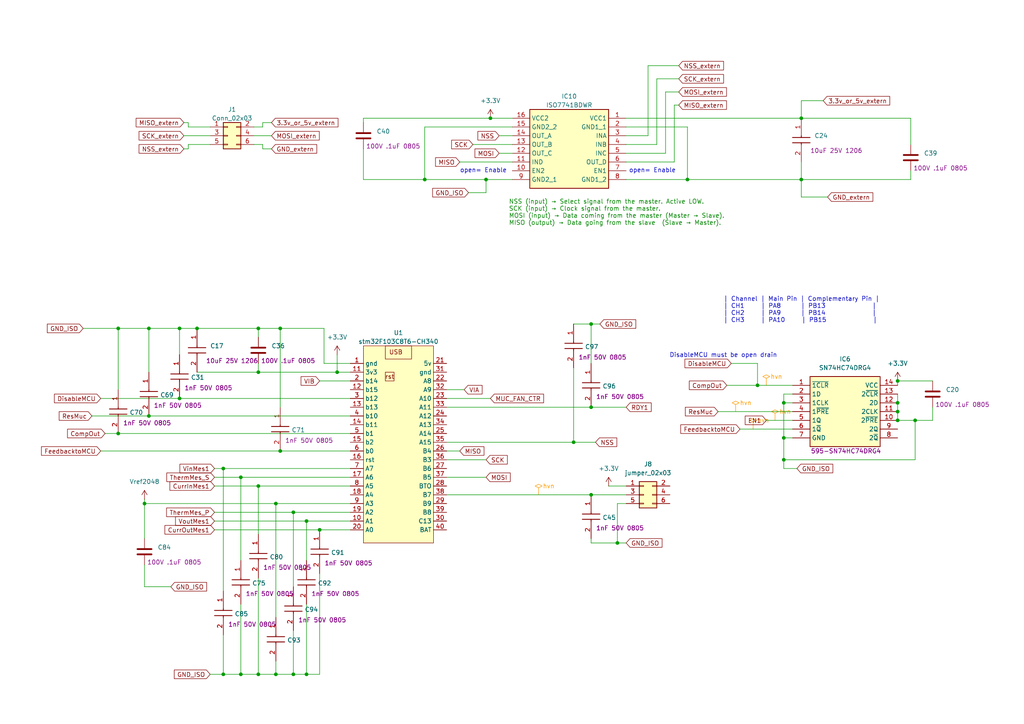
<source format=kicad_sch>
(kicad_sch (version 20250114) (generator "eeschema") (generator_version "9.0")
  (paper "A4")
  (lib_symbols
    (symbol "C0805C102J5GACTU:C0805C102J5GACTU" (pin_names (hide yes))
      (property "Reference" "C" (at 8.89 6.35 0))
      (property "Value" "C0805C102J5GACTU" (at 8.89 3.81 0))
      (symbol "C0805C102J5GACTU_1_1"
        (polyline (pts (xy 5.08 0) (xy 5.588 0)) (stroke (width 0.254)))
        (polyline (pts (xy 5.588 2.54) (xy 5.588 -2.54)) (stroke (width 0.254)))
        (polyline (pts (xy 7.112 2.54) (xy 7.112 -2.54)) (stroke (width 0.254)))
        (polyline (pts (xy 7.112 0) (xy 7.62 0)) (stroke (width 0.254)))
        (pin passive line (at 0 0 0) (length 5.08) (name "1") (number "1"))
        (pin passive line (at 12.7 0 180) (length 5.08) (name "2") (number "2"))
      )
    )
    (symbol "Connector_Generic:Conn_02x03_Odd_Even" (pin_names (offset 1.016) (hide yes))
      (property "Reference" "J" (at 1.27 5.08 0))
      (property "Value" "Conn_02x03_Odd_Even" (at 1.27 -5.08 0))
      (symbol "Conn_02x03_Odd_Even_1_1"
        (rectangle (start -1.27 3.81) (end 3.81 -3.81) (stroke (width 0.254)) (fill (type background)))
        (rectangle (start -1.27 2.667) (end 0 2.413) (stroke (width 0.1524)))
        (rectangle (start -1.27 0.127) (end 0 -0.127) (stroke (width 0.1524)))
        (rectangle (start -1.27 -2.413) (end 0 -2.667) (stroke (width 0.1524)))
        (rectangle (start 3.81 2.667) (end 2.54 2.413) (stroke (width 0.1524)))
        (rectangle (start 3.81 0.127) (end 2.54 -0.127) (stroke (width 0.1524)))
        (rectangle (start 3.81 -2.413) (end 2.54 -2.667) (stroke (width 0.1524)))
        (pin passive line (at -5.08 2.54 0) (length 3.81) (name "Pin_1") (number "1"))
        (pin passive line (at -5.08 0 0) (length 3.81) (name "Pin_3") (number "3"))
        (pin passive line (at -5.08 -2.54 0) (length 3.81) (name "Pin_5") (number "5"))
        (pin passive line (at 7.62 2.54 180) (length 3.81) (name "Pin_2") (number "2"))
        (pin passive line (at 7.62 0 180) (length 3.81) (name "Pin_4") (number "4"))
        (pin passive line (at 7.62 -2.54 180) (length 3.81) (name "Pin_6") (number "6"))
      )
    )
    (symbol "Device:C" (pin_numbers (hide yes)) (pin_names (offset 0.254))
      (property "Reference" "C" (at 0.635 2.54 0))
      (property "Value" "C" (at 0.635 -2.54 0))
      (symbol "C_0_1"
        (polyline (pts (xy -2.032 0.762) (xy 2.032 0.762)) (stroke (width 0.508)))
        (polyline (pts (xy -2.032 -0.762) (xy 2.032 -0.762)) (stroke (width 0.508)))
      )
      (symbol "C_1_1"
        (pin passive line (at 0 3.81 270) (length 2.794) (name "~") (number "1"))
        (pin passive line (at 0 -3.81 90) (length 2.794) (name "~") (number "2"))
      )
    )
    (symbol "GRM31CR71E106KA12K:GRM31CR71E106KA12K" (pin_names (hide yes))
      (property "Reference" "C" (at 8.89 6.35 0))
      (property "Value" "GRM31CR71E106KA12K" (at 8.89 3.81 0))
      (symbol "GRM31CR71E106KA12K_1_1"
        (polyline (pts (xy 5.08 0) (xy 5.588 0)) (stroke (width 0.254)))
        (polyline (pts (xy 5.588 2.54) (xy 5.588 -2.54)) (stroke (width 0.254)))
        (polyline (pts (xy 7.112 2.54) (xy 7.112 -2.54)) (stroke (width 0.254)))
        (polyline (pts (xy 7.112 0) (xy 7.62 0)) (stroke (width 0.254)))
        (pin passive line (at 0 0 0) (length 5.08) (name "1") (number "1"))
        (pin passive line (at 12.7 0 180) (length 5.08) (name "2") (number "2"))
      )
    )
    (symbol "ISO7741BDWR:ISO7741BDWR"
      (property "Reference" "IC" (at 29.21 7.62 0))
      (property "Value" "ISO7741BDWR" (at 29.21 5.08 0))
      (symbol "ISO7741BDWR_1_1"
        (rectangle (start 5.08 2.54) (end 27.94 -20.32) (stroke (width 0.254)) (fill (type background)))
        (pin passive line (at 0 0 0) (length 5.08) (name "VCC1") (number "1"))
        (pin passive line (at 0 -2.54 0) (length 5.08) (name "GND1_1") (number "2"))
        (pin passive line (at 0 -5.08 0) (length 5.08) (name "INA") (number "3"))
        (pin passive line (at 0 -7.62 0) (length 5.08) (name "INB") (number "4"))
        (pin passive line (at 0 -10.16 0) (length 5.08) (name "INC") (number "5"))
        (pin passive line (at 0 -12.7 0) (length 5.08) (name "OUT_D") (number "6"))
        (pin passive line (at 0 -15.24 0) (length 5.08) (name "EN1") (number "7"))
        (pin passive line (at 0 -17.78 0) (length 5.08) (name "GND1_2") (number "8"))
        (pin passive line (at 33.02 0 180) (length 5.08) (name "VCC2") (number "16"))
        (pin passive line (at 33.02 -2.54 180) (length 5.08) (name "GND2_2") (number "15"))
        (pin passive line (at 33.02 -5.08 180) (length 5.08) (name "OUT_A") (number "14"))
        (pin passive line (at 33.02 -7.62 180) (length 5.08) (name "OUT_B") (number "13"))
        (pin passive line (at 33.02 -10.16 180) (length 5.08) (name "OUT_C") (number "12"))
        (pin passive line (at 33.02 -12.7 180) (length 5.08) (name "IND") (number "11"))
        (pin passive line (at 33.02 -15.24 180) (length 5.08) (name "EN2") (number "10"))
        (pin passive line (at 33.02 -17.78 180) (length 5.08) (name "GND2_1") (number "9"))
      )
    )
    (symbol "New_Library:SMT32F1-MINI"
      (property "Reference" "U" (at 0 0 0))
      (symbol "SMT32F1-MINI_1_1"
        (rectangle (start -10.16 -3.81) (end 10.16 -60.96) (fill (type background)))
        (rectangle (start -3.81 -3.81) (end 3.81 -7.62))
        (rectangle (start -3.81 -11.43) (end -1.27 -13.97))
        (text "rst\n" (at -2.54 -12.7 0) (effects (font (size 1.27 1.27))))
        (text "USB\n" (at -0.762 -5.588 0) (effects (font (size 1.27 1.27))))
        (pin input line (at -13.97 -8.89 0) (length 3.81) (name "gnd") (number "1"))
        (pin input line (at -13.97 -11.43 0) (length 3.81) (name "3v3") (number "11"))
        (pin input line (at -13.97 -13.97 0) (length 3.81) (name "b14") (number "2"))
        (pin input line (at -13.97 -16.51 0) (length 3.81) (name "b15") (number "12"))
        (pin input line (at -13.97 -19.05 0) (length 3.81) (name "b12") (number "3"))
        (pin input line (at -13.97 -21.59 0) (length 3.81) (name "b13") (number "13"))
        (pin input line (at -13.97 -24.13 0) (length 3.81) (name "b10") (number "4"))
        (pin input line (at -13.97 -26.67 0) (length 3.81) (name "b11") (number "14"))
        (pin input line (at -13.97 -29.21 0) (length 3.81) (name "b1") (number "5"))
        (pin input line (at -13.97 -31.75 0) (length 3.81) (name "b2") (number "15"))
        (pin input line (at -13.97 -34.29 0) (length 3.81) (name "b0") (number "6"))
        (pin input line (at -13.97 -36.83 0) (length 3.81) (name "rst") (number "16"))
        (pin input line (at -13.97 -39.37 0) (length 3.81) (name "A7") (number "7"))
        (pin input line (at -13.97 -41.91 0) (length 3.81) (name "A6") (number "17"))
        (pin input line (at -13.97 -44.45 0) (length 3.81) (name "A5") (number "8"))
        (pin input line (at -13.97 -46.99 0) (length 3.81) (name "A4") (number "18"))
        (pin input line (at -13.97 -49.53 0) (length 3.81) (name "A3") (number "9"))
        (pin input line (at -13.97 -52.07 0) (length 3.81) (name "A2") (number "19"))
        (pin input line (at -13.97 -54.61 0) (length 3.81) (name "A1") (number "10"))
        (pin input line (at -13.97 -57.15 0) (length 3.81) (name "A0") (number "20"))
        (pin input line (at 13.97 -8.89 180) (length 3.81) (name "5v") (number "21"))
        (pin input line (at 13.97 -11.43 180) (length 3.81) (name "gnd") (number "31"))
        (pin input line (at 13.97 -13.97 180) (length 3.81) (name "A8") (number "22"))
        (pin input line (at 13.97 -16.51 180) (length 3.81) (name "A9") (number "32"))
        (pin input line (at 13.97 -19.05 180) (length 3.81) (name "A10") (number "23"))
        (pin input line (at 13.97 -21.59 180) (length 3.81) (name "A11") (number "33"))
        (pin input line (at 13.97 -24.13 180) (length 3.81) (name "A12") (number "24"))
        (pin input line (at 13.97 -26.67 180) (length 3.81) (name "A13") (number "34"))
        (pin input line (at 13.97 -29.21 180) (length 3.81) (name "A14") (number "25"))
        (pin input line (at 13.97 -31.75 180) (length 3.81) (name "A15") (number "35"))
        (pin input line (at 13.97 -34.29 180) (length 3.81) (name "B4") (number "26"))
        (pin input line (at 13.97 -36.83 180) (length 3.81) (name "B3") (number "36"))
        (pin input line (at 13.97 -39.37 180) (length 3.81) (name "B6") (number "27"))
        (pin input line (at 13.97 -41.91 180) (length 3.81) (name "B5") (number "37"))
        (pin input line (at 13.97 -44.45 180) (length 3.81) (name "BTO") (number "28"))
        (pin input line (at 13.97 -46.99 180) (length 3.81) (name "B7") (number "38"))
        (pin input line (at 13.97 -49.53 180) (length 3.81) (name "B9") (number "29"))
        (pin input line (at 13.97 -52.07 180) (length 3.81) (name "B8") (number "39"))
        (pin input line (at 13.97 -54.61 180) (length 3.81) (name "C13") (number "30"))
        (pin input line (at 13.97 -57.15 180) (length 3.81) (name "BAT") (number "40"))
      )
    )
    (symbol "SN74HC74DRG4:SN74HC74DRG4"
      (property "Reference" "IC" (at 26.67 7.62 0))
      (property "Value" "SN74HC74DRG4" (at 26.67 5.08 0))
      (symbol "SN74HC74DRG4_1_1"
        (rectangle (start 5.08 2.54) (end 25.4 -17.78) (stroke (width 0.254)) (fill (type background)))
        (pin passive line (at 0 0 0) (length 5.08) (name "~{1CLR}") (number "1"))
        (pin passive line (at 0 -2.54 0) (length 5.08) (name "1D") (number "2"))
        (pin passive line (at 0 -5.08 0) (length 5.08) (name "1CLK") (number "3"))
        (pin passive line (at 0 -7.62 0) (length 5.08) (name "1~{PRE}") (number "4"))
        (pin passive line (at 0 -10.16 0) (length 5.08) (name "1Q") (number "5"))
        (pin passive line (at 0 -12.7 0) (length 5.08) (name "1~{Q}") (number "6"))
        (pin passive line (at 0 -15.24 0) (length 5.08) (name "GND") (number "7"))
        (pin passive line (at 30.48 0 180) (length 5.08) (name "VCC") (number "14"))
        (pin passive line (at 30.48 -2.54 180) (length 5.08) (name "2~{CLR}") (number "13"))
        (pin passive line (at 30.48 -5.08 180) (length 5.08) (name "2D") (number "12"))
        (pin passive line (at 30.48 -7.62 180) (length 5.08) (name "2CLK") (number "11"))
        (pin passive line (at 30.48 -10.16 180) (length 5.08) (name "2~{PRE}") (number "10"))
        (pin passive line (at 30.48 -12.7 180) (length 5.08) (name "2Q") (number "9"))
        (pin passive line (at 30.48 -15.24 180) (length 5.08) (name "2~{Q}") (number "8"))
      )
    )
    (symbol "power:+3V0" (power) (pin_numbers (hide yes)) (pin_names (offset 0) (hide yes))
      (property "Value" "+3V0" (at 0 3.556 0))
      (symbol "+3V0_0_1"
        (polyline (pts (xy -0.762 1.27) (xy 0 2.54)))
        (polyline (pts (xy 0 2.54) (xy 0.762 1.27)))
        (polyline (pts (xy 0 0) (xy 0 2.54)))
      )
      (symbol "+3V0_1_1"
        (pin power_in line (at 0 0 90) (length 0) (name "~") (number "1"))
      )
    )
    (symbol "power:+5V" (power) (pin_numbers (hide yes)) (pin_names (offset 0) (hide yes))
      (property "Value" "+5V" (at 0 3.556 0))
      (symbol "+5V_0_1"
        (polyline (pts (xy -0.762 1.27) (xy 0 2.54)))
        (polyline (pts (xy 0 2.54) (xy 0.762 1.27)))
        (polyline (pts (xy 0 0) (xy 0 2.54)))
      )
      (symbol "+5V_1_1"
        (pin power_in line (at 0 0 90) (length 0) (name "~") (number "1"))
      )
    )
  )
  (text "DisableMCU must be open drain\n" (at 209.804 103.124 0) (effects (font (size 1.27 1.27))))
  (text "| Channel | Main Pin | Complementary Pin |\n| CH1     | PA8      | PB13              |\n| CH2     | PA9      | PB14              |\n| CH3     | PA10     | PB15              |" (at 209.804 89.916 0) (effects (font (size 1.27 1.27)) (justify left)))
  (text "open= Enable\n" (at 189.23 49.53 0) (effects (font (size 1.27 1.27))))
  (text "open= Enable\n" (at 140.208 49.53 0) (effects (font (size 1.27 1.27))))
  (text "NSS (input) → Select signal from the master. Active LOW. \nSCK (input) → Clock signal from the master. \nMOSI (input) → Data coming from the master (Master → Slave).\nMISO (output) → Data going from the slave  (Slave → Master)." (at 147.574 61.722 0) (effects (font (size 1.27 1.27)) (justify left)))
  (junction (at 227.33 127))
  (junction (at 74.93 95.25))
  (junction (at 227.33 116.84))
  (junction (at 34.29 125.73))
  (junction (at 52.07 115.57))
  (junction (at 92.71 153.67))
  (junction (at 41.91 146.05))
  (junction (at 171.45 118.11))
  (junction (at 142.24 34.29))
  (junction (at 85.09 195.58))
  (junction (at 140.97 52.07))
  (junction (at 265.43 121.92))
  (junction (at 81.28 130.81))
  (junction (at 74.93 107.95))
  (junction (at 88.9 195.58))
  (junction (at 232.41 52.07))
  (junction (at 74.93 195.58))
  (junction (at 85.09 148.59))
  (junction (at 219.71 111.76))
  (junction (at 34.29 95.25))
  (junction (at 64.77 195.58))
  (junction (at 88.9 151.13))
  (junction (at 81.28 95.25))
  (junction (at 123.19 52.07))
  (junction (at 43.18 95.25))
  (junction (at 260.35 119.38))
  (junction (at 260.35 110.49))
  (junction (at 69.85 138.43))
  (junction (at 166.37 128.27))
  (junction (at 171.45 143.51))
  (junction (at 80.01 195.58))
  (junction (at 74.93 140.97))
  (junction (at 97.79 107.95))
  (junction (at 52.07 95.25))
  (junction (at 43.18 120.65))
  (junction (at 260.35 121.92))
  (junction (at 260.35 116.84))
  (junction (at 57.15 95.25))
  (junction (at 199.39 52.07))
  (junction (at 64.77 135.89))
  (junction (at 171.45 93.98))
  (junction (at 232.41 34.29))
  (junction (at 227.33 133.35))
  (junction (at 69.85 195.58))
  (junction (at 80.01 146.05))
  (junction (at 179.07 157.48))
  (wire (pts (xy 54.61 43.18) (xy 54.61 41.91)))
  (wire (pts (xy 260.35 116.84) (xy 260.35 119.38)))
  (wire (pts (xy 187.96 19.05) (xy 187.96 39.37)))
  (wire (pts (xy 129.54 118.11) (xy 171.45 118.11)))
  (wire (pts (xy 53.34 35.56) (xy 54.61 35.56)))
  (wire (pts (xy 24.13 95.25) (xy 34.29 95.25)))
  (wire (pts (xy 129.54 133.35) (xy 140.97 133.35)))
  (wire (pts (xy 173.99 93.98) (xy 171.45 93.98)))
  (wire (pts (xy 140.97 52.07) (xy 148.59 52.07)))
  (wire (pts (xy 227.33 133.35) (xy 265.43 133.35)))
  (wire (pts (xy 171.45 156.21) (xy 171.45 157.48)))
  (wire (pts (xy 92.71 153.67) (xy 101.6 153.67)))
  (wire (pts (xy 74.93 195.58) (xy 80.01 195.58)))
  (wire (pts (xy 232.41 34.29) (xy 181.61 34.29)))
  (wire (pts (xy 171.45 143.51) (xy 181.61 143.51)))
  (wire (pts (xy 52.07 95.25) (xy 57.15 95.25)))
  (wire (pts (xy 53.34 39.37) (xy 60.96 39.37)))
  (wire (pts (xy 232.41 52.07) (xy 199.39 52.07)))
  (wire (pts (xy 57.15 107.95) (xy 74.93 107.95)))
  (wire (pts (xy 97.79 107.95) (xy 101.6 107.95)))
  (wire (pts (xy 264.16 34.29) (xy 264.16 41.91)))
  (wire (pts (xy 196.85 26.67) (xy 193.04 26.67)))
  (wire (pts (xy 60.96 195.58) (xy 64.77 195.58)))
  (wire (pts (xy 64.77 195.58) (xy 69.85 195.58)))
  (wire (pts (xy 41.91 170.18) (xy 41.91 163.83)))
  (wire (pts (xy 129.54 128.27) (xy 166.37 128.27)))
  (wire (pts (xy 74.93 95.25) (xy 81.28 95.25)))
  (wire (pts (xy 260.35 110.49) (xy 270.51 110.49)))
  (wire (pts (xy 187.96 39.37) (xy 181.61 39.37)))
  (wire (pts (xy 93.98 105.41) (xy 101.6 105.41)))
  (wire (pts (xy 93.98 105.41) (xy 93.98 95.25)))
  (wire (pts (xy 69.85 195.58) (xy 74.93 195.58)))
  (wire (pts (xy 129.54 138.43) (xy 140.97 138.43)))
  (wire (pts (xy 54.61 35.56) (xy 54.61 36.83)))
  (wire (pts (xy 88.9 195.58) (xy 92.71 195.58)))
  (wire (pts (xy 196.85 22.86) (xy 190.5 22.86)))
  (wire (pts (xy 92.71 166.37) (xy 92.71 195.58)))
  (wire (pts (xy 196.85 30.48) (xy 195.58 30.48)))
  (wire (pts (xy 179.07 157.48) (xy 181.61 157.48)))
  (wire (pts (xy 264.16 49.53) (xy 264.16 52.07)))
  (wire (pts (xy 227.33 135.89) (xy 227.33 133.35)))
  (wire (pts (xy 227.33 114.3) (xy 229.87 114.3)))
  (wire (pts (xy 171.45 118.11) (xy 181.61 118.11)))
  (wire (pts (xy 105.41 34.29) (xy 105.41 35.56)))
  (wire (pts (xy 64.77 135.89) (xy 64.77 171.45)))
  (wire (pts (xy 199.39 52.07) (xy 181.61 52.07)))
  (wire (pts (xy 52.07 115.57) (xy 101.6 115.57)))
  (wire (pts (xy 88.9 175.26) (xy 88.9 195.58)))
  (wire (pts (xy 148.59 34.29) (xy 142.24 34.29)))
  (wire (pts (xy 78.74 43.18) (xy 76.2 43.18)))
  (wire (pts (xy 227.33 116.84) (xy 229.87 116.84)))
  (wire (pts (xy 227.33 133.35) (xy 227.33 127)))
  (wire (pts (xy 34.29 125.73) (xy 101.6 125.73)))
  (wire (pts (xy 57.15 95.25) (xy 74.93 95.25)))
  (wire (pts (xy 34.29 95.25) (xy 43.18 95.25)))
  (wire (pts (xy 80.01 195.58) (xy 85.09 195.58)))
  (wire (pts (xy 30.48 125.73) (xy 34.29 125.73)))
  (wire (pts (xy 260.35 110.49) (xy 260.35 111.76)))
  (wire (pts (xy 62.23 140.97) (xy 74.93 140.97)))
  (wire (pts (xy 64.77 135.89) (xy 101.6 135.89)))
  (wire (pts (xy 43.18 120.65) (xy 101.6 120.65)))
  (wire (pts (xy 270.51 118.11) (xy 270.51 121.92)))
  (wire (pts (xy 148.59 39.37) (xy 144.78 39.37)))
  (wire (pts (xy 74.93 140.97) (xy 101.6 140.97)))
  (wire (pts (xy 265.43 121.92) (xy 265.43 133.35)))
  (wire (pts (xy 52.07 95.25) (xy 52.07 102.87)))
  (wire (pts (xy 43.18 95.25) (xy 52.07 95.25)))
  (wire (pts (xy 231.14 135.89) (xy 227.33 135.89)))
  (wire (pts (xy 171.45 93.98) (xy 171.45 105.41)))
  (wire (pts (xy 219.71 111.76) (xy 229.87 111.76)))
  (wire (pts (xy 74.93 107.95) (xy 74.93 105.41)))
  (wire (pts (xy 264.16 52.07) (xy 232.41 52.07)))
  (wire (pts (xy 148.59 36.83) (xy 123.19 36.83)))
  (wire (pts (xy 232.41 46.99) (xy 232.41 52.07)))
  (wire (pts (xy 129.54 130.81) (xy 133.35 130.81)))
  (wire (pts (xy 53.34 43.18) (xy 54.61 43.18)))
  (wire (pts (xy 64.77 195.58) (xy 64.77 184.15)))
  (wire (pts (xy 238.76 29.21) (xy 232.41 29.21)))
  (wire (pts (xy 190.5 22.86) (xy 190.5 41.91)))
  (wire (pts (xy 210.82 111.76) (xy 219.71 111.76)))
  (wire (pts (xy 270.51 121.92) (xy 265.43 121.92)))
  (wire (pts (xy 29.21 130.81) (xy 81.28 130.81)))
  (wire (pts (xy 85.09 148.59) (xy 101.6 148.59)))
  (wire (pts (xy 74.93 167.64) (xy 74.93 195.58)))
  (wire (pts (xy 229.87 119.38) (xy 208.28 119.38)))
  (wire (pts (xy 123.19 52.07) (xy 140.97 52.07)))
  (wire (pts (xy 232.41 57.15) (xy 240.03 57.15)))
  (wire (pts (xy 148.59 44.45) (xy 144.78 44.45)))
  (wire (pts (xy 41.91 146.05) (xy 41.91 144.78)))
  (wire (pts (xy 105.41 52.07) (xy 123.19 52.07)))
  (wire (pts (xy 129.54 143.51) (xy 171.45 143.51)))
  (wire (pts (xy 219.71 105.41) (xy 219.71 111.76)))
  (wire (pts (xy 166.37 128.27) (xy 172.72 128.27)))
  (wire (pts (xy 171.45 157.48) (xy 179.07 157.48)))
  (wire (pts (xy 78.74 35.56) (xy 76.2 35.56)))
  (wire (pts (xy 135.89 55.88) (xy 140.97 55.88)))
  (wire (pts (xy 69.85 138.43) (xy 69.85 162.56)))
  (wire (pts (xy 85.09 148.59) (xy 85.09 170.18)))
  (wire (pts (xy 212.09 105.41) (xy 219.71 105.41)))
  (wire (pts (xy 260.35 119.38) (xy 260.35 121.92)))
  (wire (pts (xy 74.93 140.97) (xy 74.93 154.94)))
  (wire (pts (xy 166.37 106.68) (xy 166.37 128.27)))
  (wire (pts (xy 73.66 36.83) (xy 76.2 36.83)))
  (wire (pts (xy 260.35 121.92) (xy 265.43 121.92)))
  (wire (pts (xy 74.93 107.95) (xy 97.79 107.95)))
  (wire (pts (xy 81.28 95.25) (xy 81.28 118.11)))
  (wire (pts (xy 227.33 127) (xy 227.33 116.84)))
  (wire (pts (xy 62.23 135.89) (xy 64.77 135.89)))
  (wire (pts (xy 181.61 36.83) (xy 199.39 36.83)))
  (wire (pts (xy 181.61 146.05) (xy 179.07 146.05)))
  (wire (pts (xy 148.59 46.99) (xy 133.35 46.99)))
  (wire (pts (xy 43.18 95.25) (xy 43.18 107.95)))
  (wire (pts (xy 62.23 153.67) (xy 92.71 153.67)))
  (wire (pts (xy 80.01 146.05) (xy 101.6 146.05)))
  (wire (pts (xy 62.23 148.59) (xy 85.09 148.59)))
  (wire (pts (xy 41.91 146.05) (xy 41.91 156.21)))
  (wire (pts (xy 81.28 130.81) (xy 101.6 130.81)))
  (wire (pts (xy 232.41 52.07) (xy 232.41 57.15)))
  (wire (pts (xy 62.23 138.43) (xy 69.85 138.43)))
  (wire (pts (xy 41.91 146.05) (xy 80.01 146.05)))
  (wire (pts (xy 214.63 124.46) (xy 229.87 124.46)))
  (wire (pts (xy 49.53 170.18) (xy 41.91 170.18)))
  (wire (pts (xy 193.04 26.67) (xy 193.04 44.45)))
  (wire (pts (xy 80.01 146.05) (xy 80.01 179.07)))
  (wire (pts (xy 97.79 102.87) (xy 97.79 107.95)))
  (wire (pts (xy 142.24 34.29) (xy 105.41 34.29)))
  (wire (pts (xy 62.23 151.13) (xy 88.9 151.13)))
  (wire (pts (xy 81.28 95.25) (xy 93.98 95.25)))
  (wire (pts (xy 199.39 36.83) (xy 199.39 52.07)))
  (wire (pts (xy 227.33 116.84) (xy 227.33 114.3)))
  (wire (pts (xy 179.07 146.05) (xy 179.07 157.48)))
  (wire (pts (xy 232.41 29.21) (xy 232.41 34.29)))
  (wire (pts (xy 85.09 195.58) (xy 88.9 195.58)))
  (wire (pts (xy 69.85 175.26) (xy 69.85 195.58)))
  (wire (pts (xy 195.58 46.99) (xy 181.61 46.99)))
  (wire (pts (xy 129.54 115.57) (xy 142.24 115.57)))
  (wire (pts (xy 74.93 95.25) (xy 74.93 97.79)))
  (wire (pts (xy 229.87 127) (xy 227.33 127)))
  (wire (pts (xy 260.35 114.3) (xy 260.35 116.84)))
  (wire (pts (xy 190.5 41.91) (xy 181.61 41.91)))
  (wire (pts (xy 105.41 43.18) (xy 105.41 52.07)))
  (wire (pts (xy 123.19 36.83) (xy 123.19 52.07)))
  (wire (pts (xy 80.01 191.77) (xy 80.01 195.58)))
  (wire (pts (xy 73.66 41.91) (xy 76.2 41.91)))
  (wire (pts (xy 193.04 44.45) (xy 181.61 44.45)))
  (wire (pts (xy 88.9 151.13) (xy 88.9 162.56)))
  (wire (pts (xy 54.61 41.91) (xy 60.96 41.91)))
  (wire (pts (xy 69.85 138.43) (xy 101.6 138.43)))
  (wire (pts (xy 196.85 19.05) (xy 187.96 19.05)))
  (wire (pts (xy 129.54 113.03) (xy 134.62 113.03)))
  (wire (pts (xy 26.67 120.65) (xy 43.18 120.65)))
  (wire (pts (xy 264.16 34.29) (xy 232.41 34.29)))
  (wire (pts (xy 148.59 41.91) (xy 137.16 41.91)))
  (wire (pts (xy 76.2 35.56) (xy 76.2 36.83)))
  (wire (pts (xy 222.25 121.92) (xy 229.87 121.92)))
  (wire (pts (xy 92.71 110.49) (xy 101.6 110.49)))
  (wire (pts (xy 166.37 93.98) (xy 171.45 93.98)))
  (wire (pts (xy 140.97 55.88) (xy 140.97 52.07)))
  (wire (pts (xy 88.9 151.13) (xy 101.6 151.13)))
  (wire (pts (xy 85.09 182.88) (xy 85.09 195.58)))
  (wire (pts (xy 73.66 39.37) (xy 78.74 39.37)))
  (wire (pts (xy 76.2 43.18) (xy 76.2 41.91)))
  (wire (pts (xy 54.61 36.83) (xy 60.96 36.83)))
  (wire (pts (xy 34.29 95.25) (xy 34.29 113.03)))
  (wire (pts (xy 195.58 30.48) (xy 195.58 46.99)))
  (wire (pts (xy 176.53 140.97) (xy 181.61 140.97)))
  (wire (pts (xy 29.21 115.57) (xy 52.07 115.57)))
  (global_label "MOSI_extern" (shape input) (at 78.74 39.37 0) (property "Intersheetrefs" "${INTERSHEET_REFS}" (effects (hide yes))))
  (global_label "EN1" (shape input) (at 222.25 121.92 180) (property "Intersheetrefs" "${INTERSHEET_REFS}" (effects (hide yes))))
  (global_label "GND_ISO" (shape input) (at 181.61 157.48 0) (property "Intersheetrefs" "${INTERSHEET_REFS}" (effects (hide yes))))
  (global_label "GND_ISO" (shape input) (at 49.53 170.18 0) (property "Intersheetrefs" "${INTERSHEET_REFS}" (effects (hide yes))))
  (global_label "MOSI" (shape input) (at 140.97 138.43 0) (property "Intersheetrefs" "${INTERSHEET_REFS}" (effects (hide yes))))
  (global_label "GND_extern" (shape input) (at 78.74 43.18 0) (property "Intersheetrefs" "${INTERSHEET_REFS}" (effects (hide yes))))
  (global_label "ResMuc" (shape input) (at 208.28 119.38 180) (property "Intersheetrefs" "${INTERSHEET_REFS}" (effects (hide yes))))
  (global_label "VinMes1" (shape input) (at 62.23 135.89 180) (property "Intersheetrefs" "${INTERSHEET_REFS}" (effects (hide yes))))
  (global_label "GND_ISO" (shape input) (at 173.99 93.98 0) (property "Intersheetrefs" "${INTERSHEET_REFS}" (effects (hide yes))))
  (global_label "CurrInMes1" (shape input) (at 62.23 140.97 180) (property "Intersheetrefs" "${INTERSHEET_REFS}" (effects (hide yes))))
  (global_label "SCK" (shape input) (at 140.97 133.35 0) (property "Intersheetrefs" "${INTERSHEET_REFS}" (effects (hide yes))))
  (global_label "SCK_extern" (shape input) (at 196.85 22.86 0) (property "Intersheetrefs" "${INTERSHEET_REFS}" (effects (hide yes))))
  (global_label "RDY1" (shape input) (at 181.61 118.11 0) (property "Intersheetrefs" "${INTERSHEET_REFS}" (effects (hide yes))))
  (global_label "SCK" (shape input) (at 137.16 41.91 180) (property "Intersheetrefs" "${INTERSHEET_REFS}" (effects (hide yes))))
  (global_label "NSS_extern" (shape input) (at 53.34 43.18 180) (property "Intersheetrefs" "${INTERSHEET_REFS}" (effects (hide yes))))
  (global_label "FeedbacktoMCU" (shape input) (at 214.63 124.46 180) (property "Intersheetrefs" "${INTERSHEET_REFS}" (effects (hide yes))))
  (global_label "DisableMCU" (shape input) (at 212.09 105.41 180) (property "Intersheetrefs" "${INTERSHEET_REFS}" (effects (hide yes))))
  (global_label "NSS" (shape input) (at 172.72 128.27 0) (property "Intersheetrefs" "${INTERSHEET_REFS}" (effects (hide yes))))
  (global_label "MISO" (shape input) (at 133.35 130.81 0) (property "Intersheetrefs" "${INTERSHEET_REFS}" (effects (hide yes))))
  (global_label "MOSI" (shape input) (at 144.78 44.45 180) (property "Intersheetrefs" "${INTERSHEET_REFS}" (effects (hide yes))))
  (global_label "ResMuc" (shape input) (at 26.67 120.65 180) (property "Intersheetrefs" "${INTERSHEET_REFS}" (effects (hide yes))))
  (global_label "ThermMes_P" (shape input) (at 62.23 148.59 180) (property "Intersheetrefs" "${INTERSHEET_REFS}" (effects (hide yes))))
  (global_label "NSS" (shape input) (at 144.78 39.37 180) (property "Intersheetrefs" "${INTERSHEET_REFS}" (effects (hide yes))))
  (global_label "VIA" (shape input) (at 134.62 113.03 0) (property "Intersheetrefs" "${INTERSHEET_REFS}" (effects (hide yes))))
  (global_label "CompOut" (shape input) (at 30.48 125.73 180) (property "Intersheetrefs" "${INTERSHEET_REFS}" (effects (hide yes))))
  (global_label "GND_ISO" (shape input) (at 60.96 195.58 180) (property "Intersheetrefs" "${INTERSHEET_REFS}" (effects (hide yes))))
  (global_label "3.3v_or_5v_extern" (shape input) (at 78.74 35.56 0) (property "Intersheetrefs" "${INTERSHEET_REFS}" (effects (hide yes))))
  (global_label "GND_ISO" (shape input) (at 24.13 95.25 180) (property "Intersheetrefs" "${INTERSHEET_REFS}" (effects (hide yes))))
  (global_label "MUC_FAN_CTR" (shape input) (at 142.24 115.57 0) (property "Intersheetrefs" "${INTERSHEET_REFS}" (effects (hide yes))))
  (global_label "CurrOutMes1" (shape input) (at 62.23 153.67 180) (property "Intersheetrefs" "${INTERSHEET_REFS}" (effects (hide yes))))
  (global_label "SCK_extern" (shape input) (at 53.34 39.37 180) (property "Intersheetrefs" "${INTERSHEET_REFS}" (effects (hide yes))))
  (global_label "VoutMes1" (shape input) (at 62.23 151.13 180) (property "Intersheetrefs" "${INTERSHEET_REFS}" (effects (hide yes))))
  (global_label "NSS_extern" (shape input) (at 196.85 19.05 0) (property "Intersheetrefs" "${INTERSHEET_REFS}" (effects (hide yes))))
  (global_label "CompOut" (shape input) (at 210.82 111.76 180) (property "Intersheetrefs" "${INTERSHEET_REFS}" (effects (hide yes))))
  (global_label "GND_ISO" (shape input) (at 135.89 55.88 180) (property "Intersheetrefs" "${INTERSHEET_REFS}" (effects (hide yes))))
  (global_label "GND_extern" (shape input) (at 240.03 57.15 0) (property "Intersheetrefs" "${INTERSHEET_REFS}" (effects (hide yes))))
  (global_label "MISO_extern" (shape input) (at 53.34 35.56 180) (property "Intersheetrefs" "${INTERSHEET_REFS}" (effects (hide yes))))
  (global_label "VIB" (shape input) (at 92.71 110.49 180) (property "Intersheetrefs" "${INTERSHEET_REFS}" (effects (hide yes))))
  (global_label "MOSI_extern" (shape input) (at 196.85 26.67 0) (property "Intersheetrefs" "${INTERSHEET_REFS}" (effects (hide yes))))
  (global_label "MISO_extern" (shape input) (at 196.85 30.48 0) (property "Intersheetrefs" "${INTERSHEET_REFS}" (effects (hide yes))))
  (global_label "MISO" (shape input) (at 133.35 46.99 180) (property "Intersheetrefs" "${INTERSHEET_REFS}" (effects (hide yes))))
  (global_label "DisableMCU" (shape input) (at 29.21 115.57 180) (property "Intersheetrefs" "${INTERSHEET_REFS}" (effects (hide yes))))
  (global_label "ThermMes_S" (shape input) (at 62.23 138.43 180) (property "Intersheetrefs" "${INTERSHEET_REFS}" (effects (hide yes))))
  (global_label "FeedbacktoMCU" (shape input) (at 29.21 130.81 180) (property "Intersheetrefs" "${INTERSHEET_REFS}" (effects (hide yes))))
  (global_label "GND_ISO" (shape input) (at 231.14 135.89 0) (property "Intersheetrefs" "${INTERSHEET_REFS}" (effects (hide yes))))
  (global_label "3.3v_or_5v_extern" (shape input) (at 238.76 29.21 0) (property "Intersheetrefs" "${INTERSHEET_REFS}" (effects (hide yes))))
  (netclass_flag "" (length 2.54) (shape diamond) (at 224.79 121.92 0) (property "Netclass" "hvn" (at 225.9965 119.38 0) (effects (justify left))))
  (netclass_flag "" (length 2.54) (shape diamond) (at 222.25 111.76 0) (property "Netclass" "hvn" (at 223.4565 109.22 0) (effects (justify left))))
  (netclass_flag "" (length 2.54) (shape diamond) (at 156.21 143.51 0) (property "Netclass" "hvn" (at 157.4165 140.97 0) (effects (justify left))))
  (netclass_flag "" (length 2.54) (shape diamond) (at 213.36 119.38 0) (property "Netclass" "hvn" (at 214.5665 116.84 0) (effects (justify left))))
  (netclass_flag "" (length 2.54) (shape diamond) (at 218.44 124.46 0) (property "Netclass" "hvn" (at 219.6465 121.92 0) (effects (justify left))))
  (symbol (lib_id "C0805C102J5GACTU:C0805C102J5GACTU") (at 166.37 93.98 270) (unit 1)
    (property "Reference" "C97" (at 169.672 100.584 90) (effects (justify left)))
    (property "Value" "C0805C102J5GACTU" (effects (hide yes)))
    (property "Footprint" "C0805C102J5GACTU:C0805" (effects (hide yes)))
    (property "Datasheet" "https://content.kemet.com/datasheets/KEM_C1003_C0G_SMD.pdf" (effects (hide yes)))
    (property "Description" "1nF 50V 0805" (at 174.752 103.632 90))
    (property "Height" "1.1" (effects (hide yes)))
    (property "Mouser Part Number" "80-C0805C102J5G" (effects (hide yes)))
    (property "Mouser Price/Stock" "https://www.mouser.co.uk/ProductDetail/KEMET/C0805C102J5GACTU?qs=yrVqjCObULOWvTzsHVJg1Q%3D%3D" (effects (hide yes)))
    (property "Manufacturer_Name" "KEMET" (effects (hide yes)))
    (property "Manufacturer_Part_Number" "C0805C102J5GACTU" (effects (hide yes)))
  )
  (symbol (lib_id "C0805C102J5GACTU:C0805C102J5GACTU") (at 81.28 118.11 270) (unit 1)
    (property "Reference" "C71" (at 84.582 124.714 90) (effects (justify left)))
    (property "Value" "C0805C102J5GACTU" (effects (hide yes)))
    (property "Footprint" "C0805C102J5GACTU:C0805" (effects (hide yes)))
    (property "Datasheet" "https://content.kemet.com/datasheets/KEM_C1003_C0G_SMD.pdf" (effects (hide yes)))
    (property "Description" "1nF 50V 0805" (at 89.662 127.762 90))
    (property "Height" "1.1" (effects (hide yes)))
    (property "Mouser Part Number" "80-C0805C102J5G" (effects (hide yes)))
    (property "Mouser Price/Stock" "https://www.mouser.co.uk/ProductDetail/KEMET/C0805C102J5GACTU?qs=yrVqjCObULOWvTzsHVJg1Q%3D%3D" (effects (hide yes)))
    (property "Manufacturer_Name" "KEMET" (effects (hide yes)))
    (property "Manufacturer_Part_Number" "C0805C102J5GACTU" (effects (hide yes)))
  )
  (symbol (lib_id "C0805C102J5GACTU:C0805C102J5GACTU") (at 171.45 105.41 270) (unit 1)
    (property "Reference" "C96" (at 174.752 112.014 90) (effects (justify left)))
    (property "Value" "C0805C102J5GACTU" (effects (hide yes)))
    (property "Footprint" "C0805C102J5GACTU:C0805" (effects (hide yes)))
    (property "Datasheet" "https://content.kemet.com/datasheets/KEM_C1003_C0G_SMD.pdf" (effects (hide yes)))
    (property "Description" "1nF 50V 0805" (at 179.832 115.062 90))
    (property "Height" "1.1" (effects (hide yes)))
    (property "Mouser Part Number" "80-C0805C102J5G" (effects (hide yes)))
    (property "Mouser Price/Stock" "https://www.mouser.co.uk/ProductDetail/KEMET/C0805C102J5GACTU?qs=yrVqjCObULOWvTzsHVJg1Q%3D%3D" (effects (hide yes)))
    (property "Manufacturer_Name" "KEMET" (effects (hide yes)))
    (property "Manufacturer_Part_Number" "C0805C102J5GACTU" (effects (hide yes)))
  )
  (symbol (lib_id "GRM31CR71E106KA12K:GRM31CR71E106KA12K") (at 232.41 34.29 270) (unit 1)
    (property "Reference" "C24" (at 236.22 39.3699 90) (effects (justify left)))
    (property "Value" "GRM31CR71E106KA12K" (effects (hide yes)))
    (property "Footprint" "GRM31CR71E106KA12K:GRM31x" (effects (hide yes)))
    (property "Datasheet" "https://search.murata.co.jp/Ceramy/image/img/A01X/G101/ENG/GRM31CR71E106KA12-01CA.pdf" (effects (hide yes)))
    (property "Description" "10uF 25V 1206" (at 242.57 43.688 90))
    (property "Height" "1.25" (effects (hide yes)))
    (property "Mouser Part Number" "81-GRM31CR71E106KA2K" (effects (hide yes)))
    (property "Mouser Price/Stock" "https://www.mouser.co.uk/ProductDetail/Murata-Electronics/GRM31CR71E106KA12K?qs=raY79WRVTyM6xGVExNjdaw%3D%3D" (effects (hide yes)))
    (property "Manufacturer_Name" "Murata Electronics" (effects (hide yes)))
    (property "Manufacturer_Part_Number" "GRM31CR71E106KA12K" (effects (hide yes)))
  )
  (symbol (lib_id "Device:C") (at 41.91 160.02 0) (unit 1)
    (property "Reference" "C84" (at 45.72 158.7499 0) (effects (justify left)))
    (property "Value" "SH21B104K101CT" (effects (hide yes)))
    (property "Footprint" "Capacitor_SMD:C_0805_2012Metric" (effects (hide yes)))
    (property "Datasheet" "https://www.mouser.fr/datasheet/3/317/1/WTC_MLCC_Soft_term_SH.pdf" (effects (hide yes)))
    (property "Description" "100V .1uF 0805" (at 50.546 163.068 0))
    (property "Manufacturer_Name" "Walsin" (effects (hide yes)))
    (property "Manufacturer_Part_Number " "SH21B104K101CT" (effects (hide yes)))
    (property "Mouser Part Number" "791-SH21B104K101CT" (effects (hide yes)))
  )
  (symbol (lib_id "New_Library:SMT32F1-MINI") (at 115.57 96.52 0) (unit 1)
    (property "Reference" "U1" (at 115.57 96.52 0))
    (property "Value" "stm32F103C8T6-CH340" (at 115.57 99.06 0))
    (property "Footprint" "New_Linrary:SMT32F1-MINI" (effects (hide yes)))
    (property "Description" "stm32F103C8T6-CH340 PCB" (effects (hide yes)))
  )
  (symbol (lib_id "power:+3V0") (at 41.91 144.78 0) (unit 1)
    (property "Reference" "#PWR03" (effects (hide yes)))
    (property "Value" "Vref2048" (at 41.91 139.7 0))
    (property "Description" "Power symbol creates a global label with name \"+3V0\"" (effects (hide yes)))
  )
  (symbol (lib_id "power:+5V") (at 260.35 110.49 0) (unit 1)
    (property "Reference" "#PWR06" (effects (hide yes)))
    (property "Value" "+3.3V" (at 260.35 105.41 0))
    (property "Description" "Power symbol creates a global label with name \"+5V\"" (effects (hide yes)))
  )
  (symbol (lib_id "C0805C102J5GACTU:C0805C102J5GACTU") (at 74.93 154.94 270) (unit 1)
    (property "Reference" "C80" (at 78.232 161.544 90) (effects (justify left)))
    (property "Value" "C0805C102J5GACTU" (effects (hide yes)))
    (property "Footprint" "C0805C102J5GACTU:C0805" (effects (hide yes)))
    (property "Datasheet" "https://content.kemet.com/datasheets/KEM_C1003_C0G_SMD.pdf" (effects (hide yes)))
    (property "Description" "1nF 50V 0805" (at 83.312 164.592 90))
    (property "Height" "1.1" (effects (hide yes)))
    (property "Mouser Part Number" "80-C0805C102J5G" (effects (hide yes)))
    (property "Mouser Price/Stock" "https://www.mouser.co.uk/ProductDetail/KEMET/C0805C102J5GACTU?qs=yrVqjCObULOWvTzsHVJg1Q%3D%3D" (effects (hide yes)))
    (property "Manufacturer_Name" "KEMET" (effects (hide yes)))
    (property "Manufacturer_Part_Number" "C0805C102J5GACTU" (effects (hide yes)))
  )
  (symbol (lib_id "C0805C102J5GACTU:C0805C102J5GACTU") (at 52.07 102.87 270) (unit 1)
    (property "Reference" "C31" (at 55.372 109.474 90) (effects (justify left)))
    (property "Value" "C0805C102J5GACTU" (effects (hide yes)))
    (property "Footprint" "C0805C102J5GACTU:C0805" (effects (hide yes)))
    (property "Datasheet" "https://content.kemet.com/datasheets/KEM_C1003_C0G_SMD.pdf" (effects (hide yes)))
    (property "Description" "1nF 50V 0805" (at 60.452 112.522 90))
    (property "Height" "1.1" (effects (hide yes)))
    (property "Mouser Part Number" "80-C0805C102J5G" (effects (hide yes)))
    (property "Mouser Price/Stock" "https://www.mouser.co.uk/ProductDetail/KEMET/C0805C102J5GACTU?qs=yrVqjCObULOWvTzsHVJg1Q%3D%3D" (effects (hide yes)))
    (property "Manufacturer_Name" "KEMET" (effects (hide yes)))
    (property "Manufacturer_Part_Number" "C0805C102J5GACTU" (effects (hide yes)))
  )
  (symbol (lib_id "C0805C102J5GACTU:C0805C102J5GACTU") (at 171.45 143.51 270) (unit 1)
    (property "Reference" "C45" (at 174.752 150.114 90) (effects (justify left)))
    (property "Value" "C0805C102J5GACTU" (effects (hide yes)))
    (property "Footprint" "C0805C102J5GACTU:C0805" (effects (hide yes)))
    (property "Datasheet" "https://content.kemet.com/datasheets/KEM_C1003_C0G_SMD.pdf" (effects (hide yes)))
    (property "Description" "1nF 50V 0805" (at 179.832 153.162 90))
    (property "Height" "1.1" (effects (hide yes)))
    (property "Mouser Part Number" "80-C0805C102J5G" (effects (hide yes)))
    (property "Mouser Price/Stock" "https://www.mouser.co.uk/ProductDetail/KEMET/C0805C102J5GACTU?qs=yrVqjCObULOWvTzsHVJg1Q%3D%3D" (effects (hide yes)))
    (property "Manufacturer_Name" "KEMET" (effects (hide yes)))
    (property "Manufacturer_Part_Number" "C0805C102J5GACTU" (effects (hide yes)))
  )
  (symbol (lib_id "power:+5V") (at 142.24 34.29 0) (mirror y) (unit 1)
    (property "Reference" "#PWR027" (effects (hide yes)))
    (property "Value" "+3.3V" (at 142.24 29.21 0))
    (property "Description" "Power symbol creates a global label with name \"+5V\"" (effects (hide yes)))
  )
  (symbol (lib_id "C0805C102J5GACTU:C0805C102J5GACTU") (at 64.77 171.45 270) (unit 1)
    (property "Reference" "C85" (at 68.072 178.054 90) (effects (justify left)))
    (property "Value" "C0805C102J5GACTU" (effects (hide yes)))
    (property "Footprint" "C0805C102J5GACTU:C0805" (effects (hide yes)))
    (property "Datasheet" "https://content.kemet.com/datasheets/KEM_C1003_C0G_SMD.pdf" (effects (hide yes)))
    (property "Description" "1nF 50V 0805" (at 73.152 181.102 90))
    (property "Height" "1.1" (effects (hide yes)))
    (property "Mouser Part Number" "80-C0805C102J5G" (effects (hide yes)))
    (property "Mouser Price/Stock" "https://www.mouser.co.uk/ProductDetail/KEMET/C0805C102J5GACTU?qs=yrVqjCObULOWvTzsHVJg1Q%3D%3D" (effects (hide yes)))
    (property "Manufacturer_Name" "KEMET" (effects (hide yes)))
    (property "Manufacturer_Part_Number" "C0805C102J5GACTU" (effects (hide yes)))
  )
  (symbol (lib_id "C0805C102J5GACTU:C0805C102J5GACTU") (at 43.18 107.95 270) (unit 1)
    (property "Reference" "C69" (at 46.482 114.554 90) (effects (justify left)))
    (property "Value" "C0805C102J5GACTU" (effects (hide yes)))
    (property "Footprint" "C0805C102J5GACTU:C0805" (effects (hide yes)))
    (property "Datasheet" "https://content.kemet.com/datasheets/KEM_C1003_C0G_SMD.pdf" (effects (hide yes)))
    (property "Description" "1nF 50V 0805" (at 51.562 117.602 90))
    (property "Height" "1.1" (effects (hide yes)))
    (property "Mouser Part Number" "80-C0805C102J5G" (effects (hide yes)))
    (property "Mouser Price/Stock" "https://www.mouser.co.uk/ProductDetail/KEMET/C0805C102J5GACTU?qs=yrVqjCObULOWvTzsHVJg1Q%3D%3D" (effects (hide yes)))
    (property "Manufacturer_Name" "KEMET" (effects (hide yes)))
    (property "Manufacturer_Part_Number" "C0805C102J5GACTU" (effects (hide yes)))
  )
  (symbol (lib_id "SN74HC74DRG4:SN74HC74DRG4") (at 229.87 111.76 0) (unit 1)
    (property "Reference" "IC6" (at 245.11 104.14 0))
    (property "Value" "SN74HC74DRG4" (at 245.11 106.68 0))
    (property "Footprint" "SN74HC74DRG4:SOIC127P600X175-14N" (effects (hide yes)))
    (property "Datasheet" "http://www.ti.com/lit/gpn/SN74HC74" (effects (hide yes)))
    (property "Description" "Dual D-Type Positive-Edge-Triggered Flip-Flops With Clear and Preset" (effects (hide yes)))
    (property "Height" "1.75" (effects (hide yes)))
    (property "Mouser Part Number" "595-SN74HC74DRG4" (effects (hide yes)))
    (property "Mouser Price/Stock" "https://www.mouser.co.uk/ProductDetail/Texas-Instruments/SN74HC74DRG4?qs=AgY10sKTvDJa4hSfohivVQ%3D%3D" (effects (hide yes)))
    (property "Manufacturer_Name" "Texas Instruments" (effects (hide yes)))
    (property "Manufacturer_Part_Number" "SN74HC74DRG4" (effects (hide yes)))
    (property "Field10" "595-SN74HC74DRG4" (at 245.364 130.81 0))
  )
  (symbol (lib_id "Device:C") (at 270.51 114.3 0) (unit 1)
    (property "Reference" "C20" (at 274.32 113.0299 0) (effects (justify left)))
    (property "Value" "SH21B104K101CT" (effects (hide yes)))
    (property "Footprint" "Capacitor_SMD:C_0805_2012Metric" (effects (hide yes)))
    (property "Datasheet" "https://www.mouser.fr/datasheet/3/317/1/WTC_MLCC_Soft_term_SH.pdf" (effects (hide yes)))
    (property "Description" "100V .1uF 0805" (at 279.146 117.348 0))
    (property "Manufacturer_Name" "Walsin" (effects (hide yes)))
    (property "Manufacturer_Part_Number " "SH21B104K101CT" (effects (hide yes)))
    (property "Mouser Part Number" "791-SH21B104K101CT" (effects (hide yes)))
  )
  (symbol (lib_id "Device:C") (at 74.93 101.6 0) (unit 1)
    (property "Reference" "C36" (at 78.74 100.3299 0) (effects (justify left)))
    (property "Value" "SH21B104K101CT" (effects (hide yes)))
    (property "Footprint" "Capacitor_SMD:C_0805_2012Metric" (effects (hide yes)))
    (property "Datasheet" "https://www.mouser.fr/datasheet/3/317/1/WTC_MLCC_Soft_term_SH.pdf" (effects (hide yes)))
    (property "Description" "100V .1uF 0805" (at 83.566 104.648 0))
    (property "Manufacturer_Name" "Walsin" (effects (hide yes)))
    (property "Manufacturer_Part_Number " "SH21B104K101CT" (effects (hide yes)))
    (property "Mouser Part Number" "791-SH21B104K101CT" (effects (hide yes)))
  )
  (symbol (lib_id "C0805C102J5GACTU:C0805C102J5GACTU") (at 80.01 179.07 270) (unit 1)
    (property "Reference" "C93" (at 83.312 185.674 90) (effects (justify left)))
    (property "Value" "C0805C102J5GACTU" (effects (hide yes)))
    (property "Footprint" "C0805C102J5GACTU:C0805" (effects (hide yes)))
    (property "Datasheet" "https://content.kemet.com/datasheets/KEM_C1003_C0G_SMD.pdf" (effects (hide yes)))
    (property "Description" "1nF 50V 0805" (effects (hide yes)))
    (property "Height" "1.1" (effects (hide yes)))
    (property "Mouser Part Number" "80-C0805C102J5G" (effects (hide yes)))
    (property "Mouser Price/Stock" "https://www.mouser.co.uk/ProductDetail/KEMET/C0805C102J5GACTU?qs=yrVqjCObULOWvTzsHVJg1Q%3D%3D" (effects (hide yes)))
    (property "Manufacturer_Name" "KEMET" (effects (hide yes)))
    (property "Manufacturer_Part_Number" "C0805C102J5GACTU" (effects (hide yes)))
  )
  (symbol (lib_id "ISO7741BDWR:ISO7741BDWR") (at 181.61 34.29 0) (mirror y) (unit 1)
    (property "Reference" "IC10" (at 165.1 27.94 0))
    (property "Value" "ISO7741BDWR" (at 165.1 30.48 0))
    (property "Footprint" "ISO7741BDWR:SOIC127P1030X265-16N" (effects (hide yes)))
    (property "Datasheet" "https://www.ti.com/lit/gpn/ISO7741" (effects (hide yes)))
    (property "Description" "Digital Isolators Robust EMC, quad-channel, 3/1, reinforced digital isolator 16-SOIC -55 to 125" (effects (hide yes)))
    (property "Height" "2.65" (effects (hide yes)))
    (property "Mouser Part Number" "595-ISO7741BDWR" (effects (hide yes)))
    (property "Mouser Price/Stock" "https://www.mouser.co.uk/ProductDetail/Texas-Instruments/ISO7741BDWR?qs=OlC7AqGiEDldKlKXjTOIyw%3D%3D" (effects (hide yes)))
    (property "Manufacturer_Name" "Texas Instruments" (effects (hide yes)))
    (property "Manufacturer_Part_Number" "ISO7741BDWR" (effects (hide yes)))
  )
  (symbol (lib_id "C0805C102J5GACTU:C0805C102J5GACTU") (at 34.29 113.03 270) (unit 1)
    (property "Reference" "C70" (at 37.592 119.634 90) (effects (justify left)))
    (property "Value" "C0805C102J5GACTU" (effects (hide yes)))
    (property "Footprint" "C0805C102J5GACTU:C0805" (effects (hide yes)))
    (property "Datasheet" "https://content.kemet.com/datasheets/KEM_C1003_C0G_SMD.pdf" (effects (hide yes)))
    (property "Description" "1nF 50V 0805" (at 42.672 122.682 90))
    (property "Height" "1.1" (effects (hide yes)))
    (property "Mouser Part Number" "80-C0805C102J5G" (effects (hide yes)))
    (property "Mouser Price/Stock" "https://www.mouser.co.uk/ProductDetail/KEMET/C0805C102J5GACTU?qs=yrVqjCObULOWvTzsHVJg1Q%3D%3D" (effects (hide yes)))
    (property "Manufacturer_Name" "KEMET" (effects (hide yes)))
    (property "Manufacturer_Part_Number" "C0805C102J5GACTU" (effects (hide yes)))
  )
  (symbol (lib_id "C0805C102J5GACTU:C0805C102J5GACTU") (at 85.09 170.18 270) (unit 1)
    (property "Reference" "C94" (at 88.392 176.784 90) (effects (justify left)))
    (property "Value" "C0805C102J5GACTU" (effects (hide yes)))
    (property "Footprint" "C0805C102J5GACTU:C0805" (effects (hide yes)))
    (property "Datasheet" "https://content.kemet.com/datasheets/KEM_C1003_C0G_SMD.pdf" (effects (hide yes)))
    (property "Description" "1nF 50V 0805" (at 93.472 179.832 90))
    (property "Height" "1.1" (effects (hide yes)))
    (property "Mouser Part Number" "80-C0805C102J5G" (effects (hide yes)))
    (property "Mouser Price/Stock" "https://www.mouser.co.uk/ProductDetail/KEMET/C0805C102J5GACTU?qs=yrVqjCObULOWvTzsHVJg1Q%3D%3D" (effects (hide yes)))
    (property "Manufacturer_Name" "KEMET" (effects (hide yes)))
    (property "Manufacturer_Part_Number" "C0805C102J5GACTU" (effects (hide yes)))
  )
  (symbol (lib_id "C0805C102J5GACTU:C0805C102J5GACTU") (at 69.85 162.56 270) (unit 1)
    (property "Reference" "C75" (at 73.152 169.164 90) (effects (justify left)))
    (property "Value" "C0805C102J5GACTU" (effects (hide yes)))
    (property "Footprint" "C0805C102J5GACTU:C0805" (effects (hide yes)))
    (property "Datasheet" "https://content.kemet.com/datasheets/KEM_C1003_C0G_SMD.pdf" (effects (hide yes)))
    (property "Description" "1nF 50V 0805" (at 78.232 172.212 90))
    (property "Height" "1.1" (effects (hide yes)))
    (property "Mouser Part Number" "80-C0805C102J5G" (effects (hide yes)))
    (property "Mouser Price/Stock" "https://www.mouser.co.uk/ProductDetail/KEMET/C0805C102J5GACTU?qs=yrVqjCObULOWvTzsHVJg1Q%3D%3D" (effects (hide yes)))
    (property "Manufacturer_Name" "KEMET" (effects (hide yes)))
    (property "Manufacturer_Part_Number" "C0805C102J5GACTU" (effects (hide yes)))
  )
  (symbol (lib_id "power:+5V") (at 176.53 140.97 0) (unit 1)
    (property "Reference" "#PWR035" (effects (hide yes)))
    (property "Value" "+3.3V" (at 176.53 135.89 0))
    (property "Description" "Power symbol creates a global label with name \"+5V\"" (effects (hide yes)))
  )
  (symbol (lib_id "Device:C") (at 105.41 39.37 0) (unit 1)
    (property "Reference" "C40" (at 109.22 38.0999 0) (effects (justify left)))
    (property "Value" "SH21B104K101CT" (effects (hide yes)))
    (property "Footprint" "Capacitor_SMD:C_0805_2012Metric" (effects (hide yes)))
    (property "Datasheet" "https://www.mouser.fr/datasheet/3/317/1/WTC_MLCC_Soft_term_SH.pdf" (effects (hide yes)))
    (property "Description" "100V .1uF 0805" (at 114.046 42.418 0))
    (property "Manufacturer_Name" "Walsin" (effects (hide yes)))
    (property "Manufacturer_Part_Number " "SH21B104K101CT" (effects (hide yes)))
    (property "Mouser Part Number" "791-SH21B104K101CT" (effects (hide yes)))
  )
  (symbol (lib_id "C0805C102J5GACTU:C0805C102J5GACTU") (at 88.9 162.56 270) (unit 1)
    (property "Reference" "C92" (at 92.202 169.164 90) (effects (justify left)))
    (property "Value" "C0805C102J5GACTU" (effects (hide yes)))
    (property "Footprint" "C0805C102J5GACTU:C0805" (effects (hide yes)))
    (property "Datasheet" "https://content.kemet.com/datasheets/KEM_C1003_C0G_SMD.pdf" (effects (hide yes)))
    (property "Description" "1nF 50V 0805" (at 97.282 172.212 90))
    (property "Height" "1.1" (effects (hide yes)))
    (property "Mouser Part Number" "80-C0805C102J5G" (effects (hide yes)))
    (property "Mouser Price/Stock" "https://www.mouser.co.uk/ProductDetail/KEMET/C0805C102J5GACTU?qs=yrVqjCObULOWvTzsHVJg1Q%3D%3D" (effects (hide yes)))
    (property "Manufacturer_Name" "KEMET" (effects (hide yes)))
    (property "Manufacturer_Part_Number" "C0805C102J5GACTU" (effects (hide yes)))
  )
  (symbol (lib_id "power:+5V") (at 97.79 102.87 0) (unit 1)
    (property "Reference" "#PWR017" (effects (hide yes)))
    (property "Value" "+3.3V" (at 97.79 97.79 0))
    (property "Description" "Power symbol creates a global label with name \"+5V\"" (effects (hide yes)))
  )
  (symbol (lib_id "GRM31CR71E106KA12K:GRM31CR71E106KA12K") (at 57.15 95.25 270) (unit 1)
    (property "Reference" "C17" (at 60.96 100.3299 90) (effects (justify left)))
    (property "Value" "GRM31CR71E106KA12K" (effects (hide yes)))
    (property "Footprint" "GRM31CR71E106KA12K:GRM31x" (effects (hide yes)))
    (property "Datasheet" "https://search.murata.co.jp/Ceramy/image/img/A01X/G101/ENG/GRM31CR71E106KA12-01CA.pdf" (effects (hide yes)))
    (property "Description" "10uF 25V 1206" (at 67.31 104.648 90))
    (property "Height" "1.25" (effects (hide yes)))
    (property "Mouser Part Number" "81-GRM31CR71E106KA2K" (effects (hide yes)))
    (property "Mouser Price/Stock" "https://www.mouser.co.uk/ProductDetail/Murata-Electronics/GRM31CR71E106KA12K?qs=raY79WRVTyM6xGVExNjdaw%3D%3D" (effects (hide yes)))
    (property "Manufacturer_Name" "Murata Electronics" (effects (hide yes)))
    (property "Manufacturer_Part_Number" "GRM31CR71E106KA12K" (effects (hide yes)))
  )
  (symbol (lib_id "C0805C102J5GACTU:C0805C102J5GACTU") (at 92.71 153.67 270) (unit 1)
    (property "Reference" "C91" (at 96.012 160.274 90) (effects (justify left)))
    (property "Value" "C0805C102J5GACTU" (effects (hide yes)))
    (property "Footprint" "C0805C102J5GACTU:C0805" (effects (hide yes)))
    (property "Datasheet" "https://content.kemet.com/datasheets/KEM_C1003_C0G_SMD.pdf" (effects (hide yes)))
    (property "Description" "1nF 50V 0805" (at 101.092 163.322 90))
    (property "Height" "1.1" (effects (hide yes)))
    (property "Mouser Part Number" "80-C0805C102J5G" (effects (hide yes)))
    (property "Mouser Price/Stock" "https://www.mouser.co.uk/ProductDetail/KEMET/C0805C102J5GACTU?qs=yrVqjCObULOWvTzsHVJg1Q%3D%3D" (effects (hide yes)))
    (property "Manufacturer_Name" "KEMET" (effects (hide yes)))
    (property "Manufacturer_Part_Number" "C0805C102J5GACTU" (effects (hide yes)))
  )
  (symbol (lib_id "Device:C") (at 264.16 45.72 0) (unit 1)
    (property "Reference" "C39" (at 267.97 44.4499 0) (effects (justify left)))
    (property "Value" "SH21B104K101CT" (effects (hide yes)))
    (property "Footprint" "Capacitor_SMD:C_0805_2012Metric" (effects (hide yes)))
    (property "Datasheet" "https://www.mouser.fr/datasheet/3/317/1/WTC_MLCC_Soft_term_SH.pdf" (effects (hide yes)))
    (property "Description" "100V .1uF 0805" (at 272.796 48.768 0))
    (property "Manufacturer_Name" "Walsin" (effects (hide yes)))
    (property "Manufacturer_Part_Number " "SH21B104K101CT" (effects (hide yes)))
    (property "Mouser Part Number" "791-SH21B104K101CT" (effects (hide yes)))
  )
  (symbol (lib_id "Connector_Generic:Conn_02x03_Odd_Even") (at 186.69 143.51 0) (unit 1)
    (property "Reference" "J8" (at 187.96 134.62 0))
    (property "Value" "jumper_02x03" (at 187.96 137.16 0))
    (property "Footprint" "Connector_PinHeader_2.54mm:PinHeader_2x03_P2.54mm_Vertical_SMD" (effects (hide yes)))
    (property "Datasheet" "NA" (effects (hide yes)))
    (property "Description" "Connector_PinHeader_2.54mm,PinHeader_2x03_P2.54mm_Vertical" (effects (hide yes)))
  )
  (symbol (lib_id "Connector_Generic:Conn_02x03_Odd_Even") (at 66.04 39.37 0) (unit 1)
    (property "Reference" "J1" (at 67.31 31.75 0))
    (property "Value" "Conn_02x03" (at 67.31 34.29 0))
    (property "Footprint" "Connector_PinHeader_2.54mm:PinHeader_2x03_P2.54mm_Vertical_SMD" (effects (hide yes)))
    (property "Datasheet" "NA" (effects (hide yes)))
    (property "Description" "Connector_PinHeader_2.54mm:PinHeader_2x03_P2.54mm_Vertical" (effects (hide yes)))
  )
)
</source>
